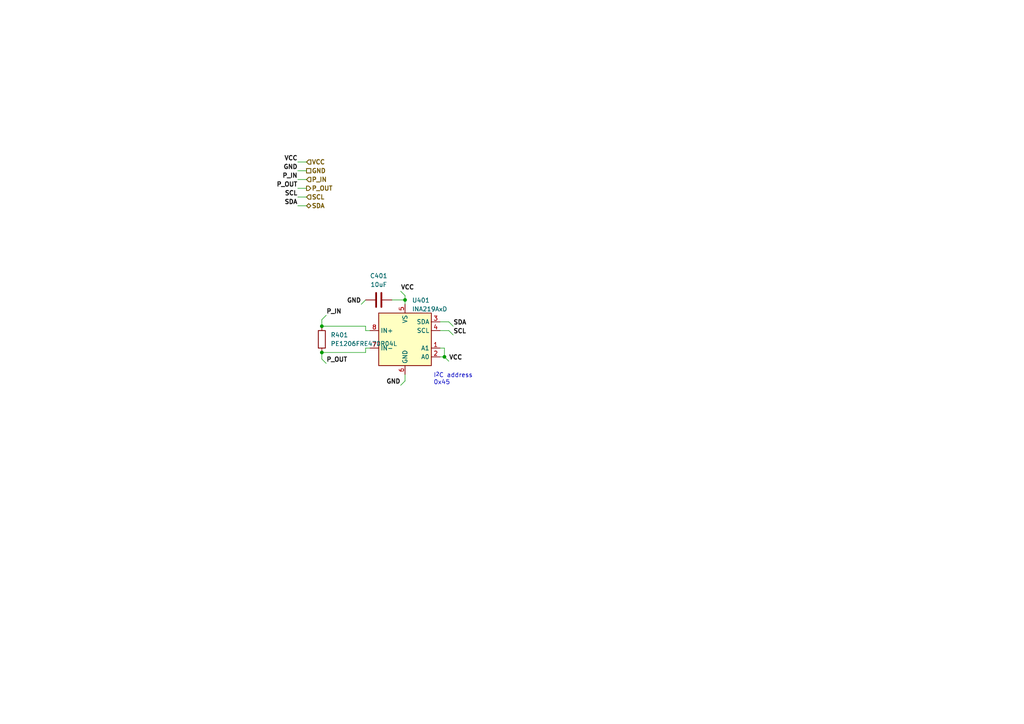
<source format=kicad_sch>
(kicad_sch (version 20211123) (generator eeschema)
  (paper "A4")
  (title_block (title "Power Unit - CanSat 2023") (date "2023-01-19") (rev "2023") (company "Project SkyFall") (comment 1 "David Haisman"))
  (lib_symbols
    (symbol "Analog_ADC:INA219AxD"
      (property "Reference" "U" (at -6.35 8.89 0))
      (property "Value" "INA219AxD" (at 5.08 8.89 0))
      (symbol "INA219AxD_0_1"
        (rectangle (start -7.62 7.62) (end 7.62 -7.62) (stroke (width 0.254)) (fill (type background)))
      )
      (symbol "INA219AxD_1_1"
        (pin input line (at 10.16 -2.54 180) (length 2.54) (name "A1") (number "1"))
        (pin input line (at 10.16 -5.08 180) (length 2.54) (name "A0") (number "2"))
        (pin bidirectional line (at 10.16 5.08 180) (length 2.54) (name "SDA") (number "3"))
        (pin input line (at 10.16 2.54 180) (length 2.54) (name "SCL") (number "4"))
        (pin power_in line (at 0 10.16 270) (length 2.54) (name "VS") (number "5"))
        (pin power_in line (at 0 -10.16 90) (length 2.54) (name "GND") (number "6"))
        (pin input line (at -10.16 -2.54 0) (length 2.54) (name "IN-") (number "7"))
        (pin input line (at -10.16 2.54 0) (length 2.54) (name "IN+") (number "8"))
      )
    )
    (symbol "Device:C" (pin_numbers hide) (pin_names (offset 0.254))
      (property "Reference" "C" (at 0.635 2.54 0))
      (property "Value" "C" (at 0.635 -2.54 0))
      (symbol "C_0_1"
        (polyline (pts (xy -2.032 -0.762) (xy 2.032 -0.762)) (stroke (width 0.508)))
        (polyline (pts (xy -2.032 0.762) (xy 2.032 0.762)) (stroke (width 0.508)))
      )
      (symbol "C_1_1"
        (pin passive line (at 0 3.81 270) (length 2.794) (name "~") (number "1"))
        (pin passive line (at 0 -3.81 90) (length 2.794) (name "~") (number "2"))
      )
    )
    (symbol "Device:R" (pin_numbers hide) (pin_names (offset 0))
      (property "Reference" "R" (at 2.032 0 90))
      (property "Value" "R" (at 0 0 90))
      (symbol "R_0_1"
        (rectangle (start -1.016 -2.54) (end 1.016 2.54) (stroke (width 0.254)))
      )
      (symbol "R_1_1"
        (pin passive line (at 0 3.81 270) (length 1.27) (name "~") (number "1"))
        (pin passive line (at 0 -3.81 90) (length 1.27) (name "~") (number "2"))
      )
    )
  )
  (junction (at 128.905 103.505))
  (junction (at 117.475 86.995))
  (junction (at 93.345 94.615))
  (junction (at 93.345 102.235))
  (wire (pts (xy 130.175 93.345) (xy 131.445 94.615)))
  (wire (pts (xy 127.635 95.885) (xy 130.175 95.885)))
  (wire (pts (xy 93.345 102.235) (xy 106.045 102.235)))
  (wire (pts (xy 113.665 86.995) (xy 117.475 86.995)))
  (wire (pts (xy 130.175 95.885) (xy 131.445 97.155)))
  (wire (pts (xy 128.905 100.965) (xy 128.905 103.505)))
  (wire (pts (xy 128.905 103.505) (xy 130.175 104.775)))
  (wire (pts (xy 117.475 108.585) (xy 117.475 110.49)))
  (wire (pts (xy 117.475 110.49) (xy 116.205 111.76)))
  (wire (pts (xy 127.635 93.345) (xy 130.175 93.345)))
  (wire (pts (xy 117.475 85.725) (xy 116.205 84.455)))
  (wire (pts (xy 107.315 100.965) (xy 106.045 100.965)))
  (wire (pts (xy 106.045 100.965) (xy 106.045 102.235)))
  (wire (pts (xy 88.9 54.61) (xy 86.36 54.61)))
  (wire (pts (xy 88.9 59.69) (xy 86.36 59.69)))
  (wire (pts (xy 93.345 94.615) (xy 93.345 92.71)))
  (wire (pts (xy 117.475 86.995) (xy 117.475 85.725)))
  (wire (pts (xy 86.36 52.07) (xy 88.9 52.07)))
  (wire (pts (xy 106.045 95.885) (xy 107.315 95.885)))
  (wire (pts (xy 127.635 100.965) (xy 128.905 100.965)))
  (wire (pts (xy 93.345 102.235) (xy 93.345 104.14)))
  (wire (pts (xy 106.045 86.995) (xy 104.775 88.265)))
  (wire (pts (xy 93.345 92.71) (xy 94.615 91.44)))
  (wire (pts (xy 117.475 88.265) (xy 117.475 86.995)))
  (wire (pts (xy 86.36 57.15) (xy 88.9 57.15)))
  (wire (pts (xy 88.9 49.53) (xy 86.36 49.53)))
  (wire (pts (xy 93.345 94.615) (xy 106.045 94.615)))
  (wire (pts (xy 128.905 103.505) (xy 127.635 103.505)))
  (wire (pts (xy 106.045 94.615) (xy 106.045 95.885)))
  (wire (pts (xy 86.36 46.99) (xy 88.9 46.99)))
  (wire (pts (xy 93.345 104.14) (xy 94.615 105.41)))
  (text "I^{2}C address\n0x45" (at 125.73 111.76 0) (effects (font (size 1.27 1.27)) (justify left bottom)))
  (label "GND" (at 104.775 88.265 180) (effects (font (thickness 0.254) bold)))
  (label "GND" (at 86.36 49.53 180) (effects (font (thickness 0.254) bold)))
  (label "SCL" (at 131.445 97.155 0) (effects (font (thickness 0.254) bold)))
  (label "SDA" (at 86.36 59.69 180) (effects (font (thickness 0.254) bold)))
  (label "VCC" (at 130.175 104.775 0) (effects (font (thickness 0.254) bold)))
  (label "GND" (at 116.205 111.76 180) (effects (font (thickness 0.254) bold)))
  (label "SCL" (at 86.36 57.15 180) (effects (font (thickness 0.254) bold)))
  (label "VCC" (at 116.205 84.455 0) (effects (font (thickness 0.254) bold)))
  (label "SDA" (at 131.445 94.615 0) (effects (font (thickness 0.254) bold)))
  (label "P_OUT" (at 94.615 105.41 0) (effects (font (thickness 0.254) bold)))
  (label "VCC" (at 86.36 46.99 180) (effects (font (thickness 0.254) bold)))
  (label "P_IN" (at 94.615 91.44 0) (effects (font (thickness 0.254) bold)))
  (label "P_IN" (at 86.36 52.07 180) (effects (font (thickness 0.254) bold)))
  (label "P_OUT" (at 86.36 54.61 180) (effects (font (thickness 0.254) bold)))
  (hierarchical_label "P_IN" (shape input) (at 88.9 52.07 0) (effects (font bold)))
  (hierarchical_label "VCC" (shape input) (at 88.9 46.99 0) (effects (font bold)))
  (hierarchical_label "SDA" (shape bidirectional) (at 88.9 59.69 0) (effects (font (thickness 0.254) bold)))
  (hierarchical_label "SCL" (shape input) (at 88.9 57.15 0) (effects (font (thickness 0.254) bold)))
  (hierarchical_label "P_OUT" (shape output) (at 88.9 54.61 0) (effects (font bold)))
  (hierarchical_label "GND" (shape passive) (at 88.9 49.53 0) (effects (font bold)))
  (symbol (lib_id "Analog_ADC:INA219AxD") (at 117.475 98.425 0) (unit 1)
    (property "Reference" "U401" (at 119.4944 87.1052 0) (effects (justify left)))
    (property "Value" "INA219AxD" (at 119.4944 89.6421 0) (effects (justify left)))
    (property "Footprint" "Package_SO:SOIC-8_3.9x4.9mm_P1.27mm" (effects hide))
    (property "Datasheet" "http://www.ti.com/lit/ds/symlink/ina219.pdf" (effects hide))
  )
  (symbol (lib_id "Device:R") (at 93.345 98.425 0) (unit 1)
    (property "Reference" "R401" (at 95.885 97.1549 0) (effects (justify left)))
    (property "Value" "PE1206FRE470R04L" (at 95.885 99.6949 0) (effects (justify left)))
    (property "Footprint" "1Knihovna:R_1206_Current" (effects hide))
  )
  (symbol (lib_id "Device:C") (at 109.855 86.995 90) (unit 1)
    (property "Reference" "C401" (at 109.855 80.01 90))
    (property "Value" "10uF" (at 109.855 82.55 90))
    (property "Footprint" "Capacitor_SMD:C_0805_2012Metric" (effects hide))
  )
)
</source>
